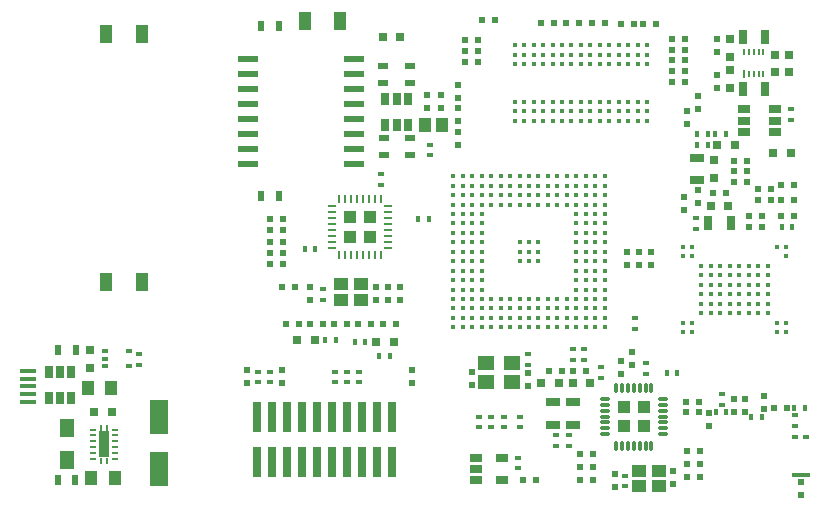
<source format=gbr>
G04 #@! TF.FileFunction,Paste,Top*
%FSLAX46Y46*%
G04 Gerber Fmt 4.6, Leading zero omitted, Abs format (unit mm)*
G04 Created by KiCad (PCBNEW 4.0.2-stable) date 2016-03-27 18:32:18*
%MOMM*%
G01*
G04 APERTURE LIST*
%ADD10C,0.100000*%
%ADD11O,0.850000X0.300000*%
%ADD12O,0.300000X0.850000*%
%ADD13R,1.005000X1.005000*%
%ADD14R,0.740000X2.550000*%
%ADD15R,1.780000X0.620000*%
%ADD16R,1.000760X0.690880*%
%ADD17R,0.600000X0.400000*%
%ADD18C,0.429260*%
%ADD19R,0.500000X0.600000*%
%ADD20R,0.600000X0.500000*%
%ADD21R,0.800000X0.750000*%
%ADD22R,0.750000X0.800000*%
%ADD23R,1.000000X1.250000*%
%ADD24R,0.797560X0.797560*%
%ADD25R,0.500000X0.900000*%
%ADD26R,0.400000X0.600000*%
%ADD27R,0.650000X1.060000*%
%ADD28R,0.508000X0.304800*%
%ADD29R,1.200000X1.000000*%
%ADD30R,1.600200X2.999740*%
%ADD31R,1.350000X0.400000*%
%ADD32C,0.400000*%
%ADD33C,0.398780*%
%ADD34R,0.250000X0.700000*%
%ADD35R,0.700000X0.250000*%
%ADD36R,1.035000X1.035000*%
%ADD37R,1.300000X0.700000*%
%ADD38R,0.700000X1.300000*%
%ADD39R,0.200000X0.650000*%
%ADD40R,0.200000X0.550000*%
%ADD41R,1.000000X1.600000*%
%ADD42R,0.900000X0.500000*%
%ADD43R,1.400000X1.200000*%
%ADD44R,0.500000X0.280000*%
%ADD45R,0.250000X0.600000*%
%ADD46R,0.900000X2.300000*%
%ADD47R,1.200000X1.500000*%
%ADD48R,1.060000X0.650000*%
%ADD49R,1.600000X0.400000*%
G04 APERTURE END LIST*
D10*
D11*
X177317951Y-113355283D03*
X177317951Y-113855283D03*
X177317951Y-114355283D03*
X177317951Y-114855283D03*
X177317951Y-115355283D03*
X177317951Y-115855283D03*
X177317951Y-116355283D03*
D12*
X178267951Y-117305283D03*
X178767951Y-117305283D03*
X179267951Y-117305283D03*
X179767951Y-117305283D03*
X180267951Y-117305283D03*
X180767951Y-117305283D03*
X181267951Y-117305283D03*
D11*
X182217951Y-116355283D03*
X182217951Y-115855283D03*
X182217951Y-115355283D03*
X182217951Y-114855283D03*
X182217951Y-114355283D03*
X182217951Y-113855283D03*
X182217951Y-113355283D03*
D12*
X181267951Y-112405283D03*
X180767951Y-112405283D03*
X180267951Y-112405283D03*
X179767951Y-112405283D03*
X179267951Y-112405283D03*
X178767951Y-112405283D03*
X178267951Y-112405283D03*
D13*
X180605451Y-115692783D03*
X180605451Y-114017783D03*
X178930451Y-115692783D03*
X178930451Y-114017783D03*
D14*
X147910000Y-118710000D03*
X147910000Y-114900000D03*
X149180000Y-118710000D03*
X149180000Y-114900000D03*
X150450000Y-118710000D03*
X150450000Y-114900000D03*
X151720000Y-118710000D03*
X151720000Y-114900000D03*
X152990000Y-118710000D03*
X152990000Y-114900000D03*
X154260000Y-118710000D03*
X154260000Y-114900000D03*
X155530000Y-118710000D03*
X155530000Y-114900000D03*
X156800000Y-118710000D03*
X156800000Y-114900000D03*
X158070000Y-118710000D03*
X158070000Y-114900000D03*
X159340000Y-118710000D03*
X159340000Y-114900000D03*
D15*
X156110000Y-93445000D03*
X156110000Y-92175000D03*
X156110000Y-90905000D03*
X156110000Y-89635000D03*
X156110000Y-88365000D03*
X156110000Y-87095000D03*
X156110000Y-85825000D03*
X156110000Y-84555000D03*
X147090000Y-84555000D03*
X147090000Y-85825000D03*
X147090000Y-87095000D03*
X147090000Y-88365000D03*
X147090000Y-89635000D03*
X147090000Y-90905000D03*
X147090000Y-92175000D03*
X147090000Y-93445000D03*
D16*
X191700480Y-90749960D03*
X191700480Y-89800000D03*
X191700480Y-88850040D03*
X189099520Y-88850040D03*
X189099520Y-89800000D03*
X189099520Y-90749960D03*
D17*
X175600000Y-109150000D03*
X175600000Y-110050000D03*
D18*
X164501740Y-94501740D03*
X165301840Y-94501740D03*
X166101940Y-94501740D03*
X166902040Y-94501740D03*
X167702140Y-94501740D03*
X168502240Y-94501740D03*
X169302340Y-94501740D03*
X170102440Y-94501740D03*
X170900000Y-94501740D03*
X171697560Y-94501740D03*
X172497660Y-94501740D03*
X173297760Y-94501740D03*
X174097860Y-94501740D03*
X174897960Y-94501740D03*
X175698060Y-94501740D03*
X176498160Y-94501740D03*
X177298260Y-94501740D03*
X164501740Y-95301840D03*
X165301840Y-95301840D03*
X166101940Y-95301840D03*
X166902040Y-95301840D03*
X167702140Y-95301840D03*
X168502240Y-95301840D03*
X169302340Y-95301840D03*
X170102440Y-95301840D03*
X170900000Y-95301840D03*
X171697560Y-95301840D03*
X172497660Y-95301840D03*
X173297760Y-95301840D03*
X174097860Y-95301840D03*
X174897960Y-95301840D03*
X175698060Y-95301840D03*
X176498160Y-95301840D03*
X177298260Y-95301840D03*
X164501740Y-96101940D03*
X165301840Y-96101940D03*
X166101940Y-96101940D03*
X166902040Y-96101940D03*
X167702140Y-96101940D03*
X168502240Y-96101940D03*
X169302340Y-96101940D03*
X170102440Y-96101940D03*
X170900000Y-96101940D03*
X171697560Y-96101940D03*
X172497660Y-96101940D03*
X173297760Y-96101940D03*
X174097860Y-96101940D03*
X174897960Y-96101940D03*
X175698060Y-96101940D03*
X176498160Y-96101940D03*
X177298260Y-96101940D03*
X164501740Y-96902040D03*
X165301840Y-96902040D03*
X166101940Y-96902040D03*
X166902040Y-96902040D03*
X167702140Y-96902040D03*
X168502240Y-96902040D03*
X169302340Y-96902040D03*
X170102440Y-96902040D03*
X170900000Y-96902040D03*
X171697560Y-96902040D03*
X172497660Y-96902040D03*
X173297760Y-96902040D03*
X174097860Y-96902040D03*
X174897960Y-96902040D03*
X175698060Y-96902040D03*
X176498160Y-96902040D03*
X177298260Y-96902040D03*
X164501740Y-97702140D03*
X165301840Y-97702140D03*
X166101940Y-97702140D03*
X166902040Y-97702140D03*
X174897960Y-97702140D03*
X175698060Y-97702140D03*
X176498160Y-97702140D03*
X177298260Y-97702140D03*
X164501740Y-98502240D03*
X165301840Y-98502240D03*
X166101940Y-98502240D03*
X166902040Y-98502240D03*
X174897960Y-98502240D03*
X175698060Y-98502240D03*
X176498160Y-98502240D03*
X177298260Y-98502240D03*
X164501740Y-99302340D03*
X165301840Y-99302340D03*
X166101940Y-99302340D03*
X166902040Y-99302340D03*
X174897960Y-99302340D03*
X175698060Y-99302340D03*
X176498160Y-99302340D03*
X177298260Y-99302340D03*
X164501740Y-100102440D03*
X165301840Y-100102440D03*
X166101940Y-100102440D03*
X166902040Y-100102440D03*
X170102440Y-100102440D03*
X170900000Y-100102440D03*
X171697560Y-100102440D03*
X174897960Y-100102440D03*
X175698060Y-100102440D03*
X176498160Y-100102440D03*
X177298260Y-100102440D03*
X164501740Y-100900000D03*
X165301840Y-100900000D03*
X166101940Y-100900000D03*
X166902040Y-100900000D03*
X170102440Y-100900000D03*
X170900000Y-100900000D03*
X171697560Y-100900000D03*
X174897960Y-100900000D03*
X175698060Y-100900000D03*
X176498160Y-100900000D03*
X177298260Y-100900000D03*
X164501740Y-101697560D03*
X165301840Y-101697560D03*
X166101940Y-101697560D03*
X166902040Y-101697560D03*
X170102440Y-101697560D03*
X170900000Y-101697560D03*
X171697560Y-101697560D03*
X174897960Y-101697560D03*
X175698060Y-101697560D03*
X176498160Y-101697560D03*
X177298260Y-101697560D03*
X164501740Y-102497660D03*
X165301840Y-102497660D03*
X166101940Y-102497660D03*
X166902040Y-102497660D03*
X174897960Y-102497660D03*
X175698060Y-102497660D03*
X176498160Y-102497660D03*
X177298260Y-102497660D03*
X164501740Y-103297760D03*
X165301840Y-103297760D03*
X166101940Y-103297760D03*
X166902040Y-103297760D03*
X174897960Y-103297760D03*
X175698060Y-103297760D03*
X176498160Y-103297760D03*
X177298260Y-103297760D03*
X164501740Y-104097860D03*
X165301840Y-104097860D03*
X166101940Y-104097860D03*
X166902040Y-104097860D03*
X174897960Y-104097860D03*
X175698060Y-104097860D03*
X176498160Y-104097860D03*
X177298260Y-104097860D03*
X164501740Y-104897960D03*
X165301840Y-104897960D03*
X166101940Y-104897960D03*
X166902040Y-104897960D03*
X167702140Y-104897960D03*
X168502240Y-104897960D03*
X169302340Y-104897960D03*
X170102440Y-104897960D03*
X170900000Y-104897960D03*
X171697560Y-104897960D03*
X172497660Y-104897960D03*
X173297760Y-104897960D03*
X174097860Y-104897960D03*
X174897960Y-104897960D03*
X175698060Y-104897960D03*
X176498160Y-104897960D03*
X177298260Y-104897960D03*
X164501740Y-105698060D03*
X165301840Y-105698060D03*
X166101940Y-105698060D03*
X166902040Y-105698060D03*
X167702140Y-105698060D03*
X168502240Y-105698060D03*
X169302340Y-105698060D03*
X170102440Y-105698060D03*
X170900000Y-105698060D03*
X171697560Y-105698060D03*
X172497660Y-105698060D03*
X173297760Y-105698060D03*
X174097860Y-105698060D03*
X174897960Y-105698060D03*
X175698060Y-105698060D03*
X176498160Y-105698060D03*
X177298260Y-105698060D03*
X164501740Y-106498160D03*
X165301840Y-106498160D03*
X166101940Y-106498160D03*
X166902040Y-106498160D03*
X167702140Y-106498160D03*
X168502240Y-106498160D03*
X169302340Y-106498160D03*
X170102440Y-106498160D03*
X170900000Y-106498160D03*
X171697560Y-106498160D03*
X172497660Y-106498160D03*
X173297760Y-106498160D03*
X174097860Y-106498160D03*
X174897960Y-106498160D03*
X175698060Y-106498160D03*
X176498160Y-106498160D03*
X177298260Y-106498160D03*
X164501740Y-107298260D03*
X165301840Y-107298260D03*
X166101940Y-107298260D03*
X166902040Y-107298260D03*
X167702140Y-107298260D03*
X168502240Y-107298260D03*
X169302340Y-107298260D03*
X170102440Y-107298260D03*
X170900000Y-107298260D03*
X171697560Y-107298260D03*
X172497660Y-107298260D03*
X173297760Y-107298260D03*
X174097860Y-107298260D03*
X174897960Y-107298260D03*
X175698060Y-107298260D03*
X176498160Y-107298260D03*
X177298260Y-107298260D03*
D19*
X179200000Y-100950000D03*
X179200000Y-102050000D03*
D20*
X192250000Y-96550000D03*
X193350000Y-96550000D03*
X156450000Y-107000000D03*
X157550000Y-107000000D03*
D19*
X180200000Y-100950000D03*
X180200000Y-102050000D03*
D20*
X190300000Y-96550000D03*
X191400000Y-96550000D03*
D19*
X181200000Y-100950000D03*
X181200000Y-102050000D03*
D20*
X192250000Y-95250000D03*
X193350000Y-95250000D03*
D19*
X185200000Y-95650000D03*
X185200000Y-96750000D03*
D20*
X154400000Y-107000000D03*
X155500000Y-107000000D03*
D21*
X176100000Y-112000000D03*
X174600000Y-112000000D03*
X187775000Y-97000000D03*
X186275000Y-97000000D03*
X173450000Y-112000000D03*
X171950000Y-112000000D03*
D20*
X166950000Y-81300000D03*
X168050000Y-81300000D03*
X152350000Y-107000000D03*
X153450000Y-107000000D03*
X175750000Y-111000000D03*
X174650000Y-111000000D03*
X187575000Y-95925000D03*
X186475000Y-95925000D03*
X173725000Y-111025000D03*
X172625000Y-111025000D03*
X150300000Y-107000000D03*
X151400000Y-107000000D03*
D19*
X164900000Y-87850000D03*
X164900000Y-86750000D03*
D20*
X190300000Y-95550000D03*
X191400000Y-95550000D03*
X158500000Y-107000000D03*
X159600000Y-107000000D03*
D19*
X179650000Y-109400000D03*
X179650000Y-110500000D03*
X170800000Y-111125000D03*
X170800000Y-112225000D03*
X166050000Y-112175000D03*
X166050000Y-111075000D03*
X178200000Y-120850000D03*
X178200000Y-119750000D03*
X183100000Y-119450000D03*
X183100000Y-120550000D03*
D22*
X133750000Y-109200000D03*
X133750000Y-110700000D03*
D20*
X185317951Y-114505283D03*
X184217951Y-114505283D03*
X185317951Y-113605283D03*
X184217951Y-113605283D03*
D21*
X134100000Y-114450000D03*
X135600000Y-114450000D03*
D19*
X186167951Y-114555283D03*
X186167951Y-115655283D03*
D23*
X133550000Y-112450000D03*
X135550000Y-112450000D03*
D19*
X188267951Y-114455283D03*
X188267951Y-113355283D03*
D22*
X192943670Y-84203360D03*
X192943670Y-85703360D03*
D19*
X189167951Y-114455283D03*
X189167951Y-113355283D03*
X190767951Y-114205283D03*
X190767951Y-113105283D03*
D20*
X192750000Y-114100000D03*
X191650000Y-114100000D03*
D19*
X193894717Y-120417951D03*
X193894717Y-121517951D03*
D22*
X187943670Y-82903360D03*
X187943670Y-84403360D03*
X187943670Y-87003360D03*
X187943670Y-85503360D03*
D23*
X133850000Y-120050000D03*
X135850000Y-120050000D03*
D19*
X186843670Y-82903360D03*
X186843670Y-84003360D03*
X186843670Y-87003360D03*
X186843670Y-85903360D03*
D22*
X191743670Y-84203360D03*
X191743670Y-85703360D03*
D24*
X191550700Y-92500000D03*
X193049300Y-92500000D03*
D25*
X131050000Y-109200000D03*
X132550000Y-109200000D03*
X132500000Y-120200000D03*
X131000000Y-120200000D03*
D17*
X187267951Y-113855283D03*
X187267951Y-112955283D03*
D26*
X186717951Y-114505283D03*
X187617951Y-114505283D03*
X189717951Y-114905283D03*
X190617951Y-114905283D03*
X193350000Y-114100000D03*
X194250000Y-114100000D03*
D17*
X193400000Y-114750000D03*
X193400000Y-115650000D03*
X193100000Y-89750000D03*
X193100000Y-88850000D03*
X180800000Y-111250000D03*
X180800000Y-110350000D03*
X167700000Y-114850000D03*
X167700000Y-115750000D03*
X166700000Y-114850000D03*
X166700000Y-115750000D03*
X168800000Y-114850000D03*
X168800000Y-115750000D03*
X170100000Y-114850000D03*
X170100000Y-115750000D03*
X179000000Y-120750000D03*
X179000000Y-119850000D03*
D26*
X182550000Y-111150000D03*
X183450000Y-111150000D03*
D17*
X137900000Y-109550000D03*
X137900000Y-110450000D03*
D27*
X132150000Y-111100000D03*
X131200000Y-111100000D03*
X130250000Y-111100000D03*
X130250000Y-113300000D03*
X132150000Y-113300000D03*
X131200000Y-113300000D03*
D28*
X135034000Y-109315000D03*
X135034000Y-110585000D03*
X137066000Y-109315000D03*
X135034000Y-109950000D03*
X137066000Y-110585000D03*
D29*
X180250000Y-120750000D03*
X181950000Y-120750000D03*
X181950000Y-119450000D03*
X180250000Y-119450000D03*
D19*
X184250000Y-90050000D03*
X184250000Y-88950000D03*
X185250000Y-88800000D03*
X185250000Y-87700000D03*
D20*
X183050000Y-82900000D03*
X184150000Y-82900000D03*
X165500000Y-83000000D03*
X166600000Y-83000000D03*
D21*
X186850000Y-91900000D03*
X188350000Y-91900000D03*
D20*
X183050000Y-86500000D03*
X184150000Y-86500000D03*
X183050000Y-85600000D03*
X184150000Y-85600000D03*
X183050000Y-83800000D03*
X184150000Y-83800000D03*
D22*
X186600000Y-94650000D03*
X186600000Y-93150000D03*
D20*
X165450000Y-83900000D03*
X166550000Y-83900000D03*
X183050000Y-84700000D03*
X184150000Y-84700000D03*
X178700000Y-81600000D03*
X179800000Y-81600000D03*
X180550000Y-81600000D03*
X181650000Y-81600000D03*
X165450000Y-84800000D03*
X166550000Y-84800000D03*
X189550000Y-97900000D03*
X190650000Y-97900000D03*
X189550000Y-98800000D03*
X190650000Y-98800000D03*
X192250000Y-97900000D03*
X193350000Y-97900000D03*
D17*
X179850000Y-106500000D03*
X179850000Y-107400000D03*
D26*
X193200000Y-98800000D03*
X192300000Y-98800000D03*
D17*
X174300000Y-116450000D03*
X174300000Y-117350000D03*
X185000000Y-98050000D03*
X185000000Y-98950000D03*
X173200000Y-116450000D03*
X173200000Y-117350000D03*
X177000000Y-110650000D03*
X177000000Y-111550000D03*
X170800000Y-110450000D03*
X170800000Y-109550000D03*
D26*
X185150000Y-90900000D03*
X186050000Y-90900000D03*
X186650000Y-90900000D03*
X187550000Y-90900000D03*
X185150000Y-91900000D03*
X186050000Y-91900000D03*
D30*
X139550000Y-119299640D03*
X139550000Y-114900360D03*
D31*
X128462540Y-110999100D03*
X128462540Y-111649100D03*
X128462540Y-112299100D03*
X128462540Y-112949100D03*
X128462540Y-113599100D03*
D32*
X192700000Y-100500000D03*
X192700000Y-101300000D03*
X192700000Y-106900000D03*
X192700000Y-107700000D03*
X191900000Y-100500000D03*
X191900000Y-106900000D03*
X191900000Y-107700000D03*
X191100000Y-102100000D03*
X191100000Y-102900000D03*
X191100000Y-103700000D03*
X191100000Y-104500000D03*
X191100000Y-105300000D03*
X191100000Y-106100000D03*
X190300000Y-102100000D03*
X190300000Y-102900000D03*
X190300000Y-103700000D03*
X190300000Y-104500000D03*
X190300000Y-105300000D03*
X190300000Y-106100000D03*
X189500000Y-102100000D03*
X189500000Y-102900000D03*
X189500000Y-103700000D03*
X189500000Y-104500000D03*
X189500000Y-105300000D03*
X189500000Y-106100000D03*
X188700000Y-102100000D03*
X188700000Y-102900000D03*
X188700000Y-103700000D03*
X188700000Y-104500000D03*
X188700000Y-105300000D03*
X188700000Y-106100000D03*
X187900000Y-102100000D03*
X187900000Y-102900000D03*
X187900000Y-103700000D03*
X187900000Y-104500000D03*
X187900000Y-105300000D03*
X187900000Y-106100000D03*
X187100000Y-102100000D03*
X187100000Y-102900000D03*
X187100000Y-103700000D03*
X187100000Y-104500000D03*
X187100000Y-105300000D03*
X187100000Y-106100000D03*
X186300000Y-102100000D03*
X186300000Y-102900000D03*
X186300000Y-103700000D03*
X186300000Y-104500000D03*
X186300000Y-105300000D03*
X186300000Y-106100000D03*
X185500000Y-102100000D03*
X185500000Y-102900000D03*
X185500000Y-103700000D03*
X185500000Y-104500000D03*
X185500000Y-105300000D03*
X185500000Y-106100000D03*
X184700000Y-100500000D03*
X184700000Y-101300000D03*
X184700000Y-106900000D03*
X184700000Y-107700000D03*
X183900000Y-100500000D03*
X183900000Y-101300000D03*
X183900000Y-106900000D03*
X183900000Y-107700000D03*
D33*
X169699300Y-89800400D03*
X169699300Y-89000300D03*
X169699300Y-88200200D03*
X169699300Y-84999800D03*
X169699300Y-84199700D03*
X169699300Y-83399600D03*
X170499400Y-89800400D03*
X171299500Y-89800400D03*
X172099600Y-89800400D03*
X172897160Y-89800400D03*
X173697260Y-89800400D03*
X174497360Y-89800400D03*
X175297460Y-89800400D03*
X175297460Y-89000300D03*
X175297460Y-88200200D03*
X175300000Y-85002340D03*
X175300000Y-84202240D03*
X175300000Y-83402140D03*
X174499900Y-83402140D03*
X173699800Y-83402140D03*
X172899700Y-83402140D03*
X172102140Y-83402140D03*
X171302040Y-83402140D03*
X170501940Y-83402140D03*
X172099600Y-88200200D03*
X172897160Y-88200200D03*
X172899700Y-85002340D03*
X172102140Y-85002340D03*
X171302040Y-85002340D03*
X171299500Y-88200200D03*
X171299500Y-89000300D03*
X172099600Y-89000300D03*
X172897160Y-89000300D03*
X173697260Y-89000300D03*
X174497360Y-89000300D03*
X174497360Y-88200200D03*
X173697260Y-88200200D03*
X173699800Y-85002340D03*
X174499900Y-85002340D03*
X174499900Y-84202240D03*
X173699800Y-84202240D03*
X172899700Y-84202240D03*
X172102140Y-84202240D03*
X171302040Y-84202240D03*
X170501940Y-84202240D03*
X170501940Y-85002340D03*
X170499400Y-88200200D03*
X170499400Y-89000300D03*
X180900700Y-89800400D03*
X180900700Y-83399600D03*
X176100100Y-89800400D03*
X176100100Y-89000300D03*
X176100100Y-88200200D03*
X176100100Y-84999800D03*
X176100100Y-84199700D03*
X176100100Y-83399600D03*
X176900200Y-89800400D03*
X176900200Y-89000300D03*
X176900200Y-88200200D03*
X176900200Y-84999800D03*
X176900200Y-84199700D03*
X176900200Y-83399600D03*
X177700300Y-89800400D03*
X177700300Y-89000300D03*
X177700300Y-88200200D03*
X177700300Y-84999800D03*
X177700300Y-84199700D03*
X177700300Y-83399600D03*
X178500400Y-89800400D03*
X178500400Y-89000300D03*
X178500400Y-88200200D03*
X178500400Y-84999800D03*
X178500400Y-84199700D03*
X178500400Y-83399600D03*
X179300500Y-89800400D03*
X179300500Y-89000300D03*
X179300500Y-88200200D03*
X179300500Y-84999800D03*
X179300500Y-84199700D03*
X179300500Y-83399600D03*
X180100600Y-89800400D03*
X180100600Y-89000300D03*
X180100600Y-88200200D03*
X180100600Y-84999800D03*
X180100600Y-84199700D03*
X180100600Y-83399600D03*
X180900700Y-89000300D03*
X180900700Y-88200200D03*
X180900700Y-84999800D03*
X180900700Y-84199700D03*
D34*
X154850000Y-101200000D03*
X155350000Y-101200000D03*
X155850000Y-101200000D03*
X156350000Y-101200000D03*
X156850000Y-101200000D03*
X157350000Y-101200000D03*
X157850000Y-101200000D03*
X158350000Y-101200000D03*
D35*
X159000000Y-100550000D03*
X159000000Y-100050000D03*
X159000000Y-99550000D03*
X159000000Y-99050000D03*
X159000000Y-98550000D03*
X159000000Y-98050000D03*
X159000000Y-97550000D03*
X159000000Y-97050000D03*
D34*
X158350000Y-96400000D03*
X157850000Y-96400000D03*
X157350000Y-96400000D03*
X156850000Y-96400000D03*
X156350000Y-96400000D03*
X155850000Y-96400000D03*
X155350000Y-96400000D03*
X154850000Y-96400000D03*
D35*
X154200000Y-97050000D03*
X154200000Y-97550000D03*
X154200000Y-98050000D03*
X154200000Y-98550000D03*
X154200000Y-99050000D03*
X154200000Y-99550000D03*
X154200000Y-100050000D03*
X154200000Y-100550000D03*
D36*
X157462500Y-97937500D03*
X155737500Y-97937500D03*
X157462500Y-99662500D03*
X155737500Y-99662500D03*
D37*
X174600000Y-115550000D03*
X174600000Y-113650000D03*
D38*
X186100000Y-98425000D03*
X188000000Y-98425000D03*
D37*
X172900000Y-115550000D03*
X172900000Y-113650000D03*
D38*
X190893670Y-87153360D03*
X188993670Y-87153360D03*
X190893670Y-82753360D03*
X188993670Y-82753360D03*
D37*
X185100000Y-94850000D03*
X185100000Y-92950000D03*
D39*
X189143670Y-85828360D03*
D40*
X189543670Y-85878360D03*
X189943670Y-85878360D03*
X190343670Y-85878360D03*
X190743670Y-85878360D03*
X190743670Y-84028360D03*
X190343670Y-84028360D03*
X189943670Y-84028360D03*
X189543670Y-84028360D03*
X189143670Y-84028360D03*
D20*
X184250000Y-117800000D03*
X185350000Y-117800000D03*
X175250000Y-119100000D03*
X176350000Y-119100000D03*
X175250000Y-120200000D03*
X176350000Y-120200000D03*
X184250000Y-120000000D03*
X185350000Y-120000000D03*
X175250000Y-118000000D03*
X176350000Y-118000000D03*
D19*
X178700000Y-111250000D03*
X178700000Y-110150000D03*
D20*
X184250000Y-118900000D03*
X185350000Y-118900000D03*
D19*
X164900000Y-90750000D03*
X164900000Y-91850000D03*
X164900000Y-88750000D03*
X164900000Y-89850000D03*
X184000000Y-97350000D03*
X184000000Y-96250000D03*
D20*
X171950000Y-81500000D03*
X173050000Y-81500000D03*
X174050000Y-81500000D03*
X175150000Y-81500000D03*
X176250000Y-81500000D03*
X177350000Y-81500000D03*
X188250000Y-94100000D03*
X189350000Y-94100000D03*
X188250000Y-93200000D03*
X189350000Y-93200000D03*
X188250000Y-95000000D03*
X189350000Y-95000000D03*
X149000000Y-100050000D03*
X150100000Y-100050000D03*
X150000000Y-103850000D03*
X151100000Y-103850000D03*
X149000000Y-101000000D03*
X150100000Y-101000000D03*
X149000000Y-101950000D03*
X150100000Y-101950000D03*
X149000000Y-99100000D03*
X150100000Y-99100000D03*
X149000000Y-98150000D03*
X150100000Y-98150000D03*
D19*
X157950000Y-103850000D03*
X157950000Y-104950000D03*
X152400000Y-104950000D03*
X152400000Y-103850000D03*
D21*
X158500000Y-82700000D03*
X160000000Y-82700000D03*
D19*
X159000000Y-103850000D03*
X159000000Y-104950000D03*
X160000000Y-103850000D03*
X160000000Y-104950000D03*
D41*
X151900000Y-81400000D03*
X154900000Y-81400000D03*
X135100000Y-103500000D03*
X138100000Y-103500000D03*
X135100000Y-82500000D03*
X138100000Y-82500000D03*
D26*
X152800000Y-100700000D03*
X151900000Y-100700000D03*
D42*
X160800000Y-92750000D03*
X160800000Y-91250000D03*
D17*
X153500000Y-104050000D03*
X153500000Y-104950000D03*
D42*
X158600000Y-92750000D03*
X158600000Y-91250000D03*
X158500000Y-85150000D03*
X158500000Y-86650000D03*
X160800000Y-85150000D03*
X160800000Y-86650000D03*
D25*
X149750000Y-96200000D03*
X148250000Y-96200000D03*
X149750000Y-81800000D03*
X148250000Y-81800000D03*
D29*
X154950000Y-104950000D03*
X156650000Y-104950000D03*
X156650000Y-103650000D03*
X154950000Y-103650000D03*
D27*
X160650000Y-88000000D03*
X159700000Y-88000000D03*
X158750000Y-88000000D03*
X158750000Y-90200000D03*
X160650000Y-90200000D03*
X159700000Y-90200000D03*
D26*
X161500000Y-98100000D03*
X162400000Y-98100000D03*
D17*
X158350000Y-95250000D03*
X158350000Y-94350000D03*
X162550000Y-92750000D03*
X162550000Y-91850000D03*
D43*
X169500000Y-110325000D03*
X167300000Y-110325000D03*
X167300000Y-111925000D03*
X169500000Y-111925000D03*
D44*
X133950000Y-115950000D03*
X133950000Y-116450000D03*
X133950000Y-116950000D03*
X133950000Y-117450000D03*
X133950000Y-117950000D03*
X133950000Y-118450000D03*
X135850000Y-118450000D03*
X135850000Y-117950000D03*
X135850000Y-117450000D03*
X135850000Y-116950000D03*
X135850000Y-116450000D03*
X135850000Y-115950000D03*
D45*
X135150000Y-118600000D03*
X134650000Y-118600000D03*
X135150000Y-115800000D03*
X134650000Y-115800000D03*
D46*
X134900000Y-117200000D03*
D47*
X131750000Y-115850000D03*
X131750000Y-118550000D03*
D19*
X162275000Y-88700000D03*
X162275000Y-87600000D03*
X163425000Y-88700000D03*
X163425000Y-87600000D03*
D23*
X162075000Y-90150000D03*
X163575000Y-90150000D03*
D19*
X161000000Y-112050000D03*
X161000000Y-110950000D03*
X150000000Y-112050000D03*
X150000000Y-110950000D03*
X147000000Y-112050000D03*
X147000000Y-110950000D03*
D26*
X154550000Y-108400000D03*
X153650000Y-108400000D03*
X156150000Y-108500000D03*
X157050000Y-108500000D03*
X158200000Y-109700000D03*
X159100000Y-109700000D03*
D17*
X156500000Y-111050000D03*
X156500000Y-111950000D03*
X155500000Y-111050000D03*
X155500000Y-111950000D03*
X154500000Y-111050000D03*
X154500000Y-111950000D03*
X149000000Y-111950000D03*
X149000000Y-111050000D03*
X148000000Y-111950000D03*
X148000000Y-111050000D03*
X174600000Y-109150000D03*
X174600000Y-110050000D03*
X170000000Y-118350000D03*
X170000000Y-119250000D03*
D48*
X166400000Y-118350000D03*
X166400000Y-119300000D03*
X166400000Y-120250000D03*
X168600000Y-120250000D03*
X168600000Y-118350000D03*
D20*
X170400000Y-120200000D03*
X171500000Y-120200000D03*
D24*
X151250700Y-108400000D03*
X152749300Y-108400000D03*
X159449300Y-108500000D03*
X157950700Y-108500000D03*
D17*
X194394717Y-116567951D03*
X193394717Y-116567951D03*
D49*
X193894717Y-119767951D03*
M02*

</source>
